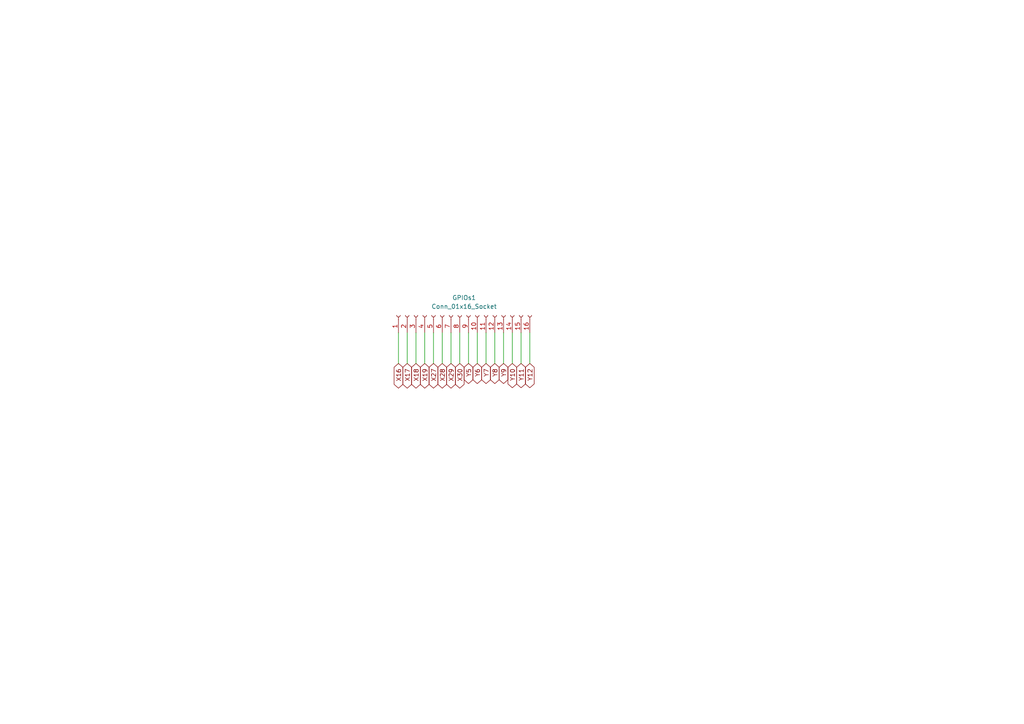
<source format=kicad_sch>
(kicad_sch (version 20231120) (generator "eeschema") (generator_version "8.0")
  (paper "A4")
  (lib_symbols
    (symbol "Connector:Conn_01x16_Socket" (pin_names (offset 1.016) hide)
      (property "Reference" "J" (at 0 20.32 0))
      (property "Value" "Conn_01x16_Socket" (at 0 -22.86 0))
      (symbol "Conn_01x16_Socket_1_1"
        (arc (start 0 -19.812) (mid -0.5058 -20.32) (end 0 -20.828) (stroke (width 0.1524)))
        (arc (start 0 -17.272) (mid -0.5058 -17.78) (end 0 -18.288) (stroke (width 0.1524)))
        (arc (start 0 -14.732) (mid -0.5058 -15.24) (end 0 -15.748) (stroke (width 0.1524)))
        (arc (start 0 -12.192) (mid -0.5058 -12.7) (end 0 -13.208) (stroke (width 0.1524)))
        (arc (start 0 -9.652) (mid -0.5058 -10.16) (end 0 -10.668) (stroke (width 0.1524)))
        (arc (start 0 -7.112) (mid -0.5058 -7.62) (end 0 -8.128) (stroke (width 0.1524)))
        (arc (start 0 -4.572) (mid -0.5058 -5.08) (end 0 -5.588) (stroke (width 0.1524)))
        (arc (start 0 -2.032) (mid -0.5058 -2.54) (end 0 -3.048) (stroke (width 0.1524)))
        (polyline (pts (xy -1.27 -20.32) (xy -0.508 -20.32)) (stroke (width 0.1524)))
        (polyline (pts (xy -1.27 -17.78) (xy -0.508 -17.78)) (stroke (width 0.1524)))
        (polyline (pts (xy -1.27 -15.24) (xy -0.508 -15.24)) (stroke (width 0.1524)))
        (polyline (pts (xy -1.27 -12.7) (xy -0.508 -12.7)) (stroke (width 0.1524)))
        (polyline (pts (xy -1.27 -10.16) (xy -0.508 -10.16)) (stroke (width 0.1524)))
        (polyline (pts (xy -1.27 -7.62) (xy -0.508 -7.62)) (stroke (width 0.1524)))
        (polyline (pts (xy -1.27 -5.08) (xy -0.508 -5.08)) (stroke (width 0.1524)))
        (polyline (pts (xy -1.27 -2.54) (xy -0.508 -2.54)) (stroke (width 0.1524)))
        (polyline (pts (xy -1.27 0) (xy -0.508 0)) (stroke (width 0.1524)))
        (polyline (pts (xy -1.27 2.54) (xy -0.508 2.54)) (stroke (width 0.1524)))
        (polyline (pts (xy -1.27 5.08) (xy -0.508 5.08)) (stroke (width 0.1524)))
        (polyline (pts (xy -1.27 7.62) (xy -0.508 7.62)) (stroke (width 0.1524)))
        (polyline (pts (xy -1.27 10.16) (xy -0.508 10.16)) (stroke (width 0.1524)))
        (polyline (pts (xy -1.27 12.7) (xy -0.508 12.7)) (stroke (width 0.1524)))
        (polyline (pts (xy -1.27 15.24) (xy -0.508 15.24)) (stroke (width 0.1524)))
        (polyline (pts (xy -1.27 17.78) (xy -0.508 17.78)) (stroke (width 0.1524)))
        (arc (start 0 0.508) (mid -0.5058 0) (end 0 -0.508) (stroke (width 0.1524)))
        (arc (start 0 3.048) (mid -0.5058 2.54) (end 0 2.032) (stroke (width 0.1524)))
        (arc (start 0 5.588) (mid -0.5058 5.08) (end 0 4.572) (stroke (width 0.1524)))
        (arc (start 0 8.128) (mid -0.5058 7.62) (end 0 7.112) (stroke (width 0.1524)))
        (arc (start 0 10.668) (mid -0.5058 10.16) (end 0 9.652) (stroke (width 0.1524)))
        (arc (start 0 13.208) (mid -0.5058 12.7) (end 0 12.192) (stroke (width 0.1524)))
        (arc (start 0 15.748) (mid -0.5058 15.24) (end 0 14.732) (stroke (width 0.1524)))
        (arc (start 0 18.288) (mid -0.5058 17.78) (end 0 17.272) (stroke (width 0.1524)))
        (pin passive line (at -5.08 17.78 0) (length 3.81) (name "Pin_1") (number "1"))
        (pin passive line (at -5.08 -5.08 0) (length 3.81) (name "Pin_10") (number "10"))
        (pin passive line (at -5.08 -7.62 0) (length 3.81) (name "Pin_11") (number "11"))
        (pin passive line (at -5.08 -10.16 0) (length 3.81) (name "Pin_12") (number "12"))
        (pin passive line (at -5.08 -12.7 0) (length 3.81) (name "Pin_13") (number "13"))
        (pin passive line (at -5.08 -15.24 0) (length 3.81) (name "Pin_14") (number "14"))
        (pin passive line (at -5.08 -17.78 0) (length 3.81) (name "Pin_15") (number "15"))
        (pin passive line (at -5.08 -20.32 0) (length 3.81) (name "Pin_16") (number "16"))
        (pin passive line (at -5.08 15.24 0) (length 3.81) (name "Pin_2") (number "2"))
        (pin passive line (at -5.08 12.7 0) (length 3.81) (name "Pin_3") (number "3"))
        (pin passive line (at -5.08 10.16 0) (length 3.81) (name "Pin_4") (number "4"))
        (pin passive line (at -5.08 7.62 0) (length 3.81) (name "Pin_5") (number "5"))
        (pin passive line (at -5.08 5.08 0) (length 3.81) (name "Pin_6") (number "6"))
        (pin passive line (at -5.08 2.54 0) (length 3.81) (name "Pin_7") (number "7"))
        (pin passive line (at -5.08 0 0) (length 3.81) (name "Pin_8") (number "8"))
        (pin passive line (at -5.08 -2.54 0) (length 3.81) (name "Pin_9") (number "9"))
      )
    )
  )
  (wire (pts (xy 138.43 96.52) (xy 138.43 105.41)))
  (wire (pts (xy 153.67 96.52) (xy 153.67 105.41)))
  (wire (pts (xy 125.73 96.52) (xy 125.73 105.41)))
  (wire (pts (xy 115.57 96.52) (xy 115.57 105.41)))
  (wire (pts (xy 140.97 96.52) (xy 140.97 105.41)))
  (wire (pts (xy 148.59 96.52) (xy 148.59 105.41)))
  (wire (pts (xy 135.89 96.52) (xy 135.89 105.41)))
  (wire (pts (xy 128.27 96.52) (xy 128.27 105.41)))
  (wire (pts (xy 120.65 96.52) (xy 120.65 105.41)))
  (wire (pts (xy 133.35 96.52) (xy 133.35 105.41)))
  (wire (pts (xy 143.51 96.52) (xy 143.51 105.41)))
  (wire (pts (xy 151.13 96.52) (xy 151.13 105.41)))
  (wire (pts (xy 130.81 96.52) (xy 130.81 105.41)))
  (wire (pts (xy 146.05 96.52) (xy 146.05 105.41)))
  (wire (pts (xy 118.11 96.52) (xy 118.11 105.41)))
  (wire (pts (xy 123.19 96.52) (xy 123.19 105.41)))
  (global_label "X27" (shape bidirectional) (at 125.73 105.41 270) (property "Intersheetrefs" "${INTERSHEET_REFS}" (effects (hide yes))))
  (global_label "Y8" (shape bidirectional) (at 143.51 105.41 270) (property "Intersheetrefs" "${INTERSHEET_REFS}" (effects (hide yes))))
  (global_label "X30" (shape bidirectional) (at 133.35 105.41 270) (property "Intersheetrefs" "${INTERSHEET_REFS}" (effects (hide yes))))
  (global_label "X18" (shape bidirectional) (at 120.65 105.41 270) (property "Intersheetrefs" "${INTERSHEET_REFS}" (effects (hide yes))))
  (global_label "X28" (shape bidirectional) (at 128.27 105.41 270) (property "Intersheetrefs" "${INTERSHEET_REFS}" (effects (hide yes))))
  (global_label "Y12" (shape bidirectional) (at 153.67 105.41 270) (property "Intersheetrefs" "${INTERSHEET_REFS}" (effects (hide yes))))
  (global_label "X29" (shape bidirectional) (at 130.81 105.41 270) (property "Intersheetrefs" "${INTERSHEET_REFS}" (effects (hide yes))))
  (global_label "Y11" (shape bidirectional) (at 151.13 105.41 270) (property "Intersheetrefs" "${INTERSHEET_REFS}" (effects (hide yes))))
  (global_label "Y6" (shape bidirectional) (at 138.43 105.41 270) (property "Intersheetrefs" "${INTERSHEET_REFS}" (effects (hide yes))))
  (global_label "Y10" (shape bidirectional) (at 148.59 105.41 270) (property "Intersheetrefs" "${INTERSHEET_REFS}" (effects (hide yes))))
  (global_label "X16" (shape bidirectional) (at 115.57 105.41 270) (property "Intersheetrefs" "${INTERSHEET_REFS}" (effects (hide yes))))
  (global_label "X17" (shape bidirectional) (at 118.11 105.41 270) (property "Intersheetrefs" "${INTERSHEET_REFS}" (effects (hide yes))))
  (global_label "X19" (shape bidirectional) (at 123.19 105.41 270) (property "Intersheetrefs" "${INTERSHEET_REFS}" (effects (hide yes))))
  (global_label "Y7" (shape bidirectional) (at 140.97 105.41 270) (property "Intersheetrefs" "${INTERSHEET_REFS}" (effects (hide yes))))
  (global_label "Y5" (shape bidirectional) (at 135.89 105.41 270) (property "Intersheetrefs" "${INTERSHEET_REFS}" (effects (hide yes))))
  (global_label "Y9" (shape bidirectional) (at 146.05 105.41 270) (property "Intersheetrefs" "${INTERSHEET_REFS}" (effects (hide yes))))
  (symbol (lib_id "Connector:Conn_01x16_Socket") (at 133.35 91.44 90) (unit 1)
    (property "Reference" "GPIOs1" (at 134.62 86.36 90))
    (property "Value" "Conn_01x16_Socket" (at 134.62 88.9 90))
    (property "Footprint" "Connector_PinSocket_2.54mm:PinSocket_1x16_P2.54mm_Vertical_SMD_Pin1Left" (effects (hide yes)))
    (property "Description" "Generic connector, single row, 01x16, script generated" (effects (hide yes)))
  )
)
</source>
